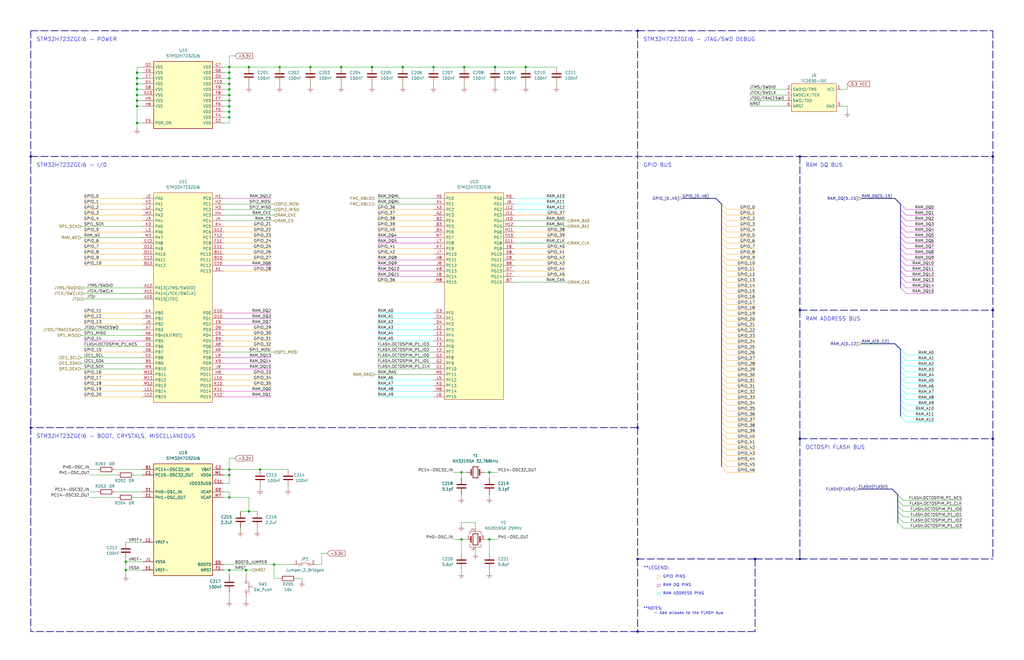
<source format=kicad_sch>
(kicad_sch (version 20211123) (generator eeschema)
  (paper "User" 465.023 299.999)
  (title_block (title "Fruityfly Node") (date "2023-09-15") (rev "1") (company "Cerebral Systems Inc."))
  (junction (at 113.03 232.41))
  (junction (at 140.97 30.48))
  (junction (at 154.94 30.48))
  (junction (at 57.15 255.27))
  (junction (at 450.85 140.97))
  (junction (at 363.22 140.97))
  (junction (at 222.25 214.63))
  (junction (at 289.56 287.02))
  (junction (at 168.91 30.48))
  (junction (at 363.22 71.12))
  (junction (at 238.76 30.48))
  (junction (at 13.97 71.12))
  (junction (at 363.22 254))
  (junction (at 289.56 13.97))
  (junction (at 104.14 215.9))
  (junction (at 62.23 38.1))
  (junction (at 118.11 213.36))
  (junction (at 104.14 43.18))
  (junction (at 289.56 194.31))
  (junction (at 57.15 259.08))
  (junction (at 196.85 30.48))
  (junction (at 62.23 48.26))
  (junction (at 62.23 40.64))
  (junction (at 104.14 48.26))
  (junction (at 13.97 194.31))
  (junction (at 62.23 33.02))
  (junction (at 104.14 45.72))
  (junction (at 111.76 259.08))
  (junction (at 289.56 254))
  (junction (at 224.79 30.48))
  (junction (at 113.03 30.48))
  (junction (at 104.14 50.8))
  (junction (at 104.14 30.48))
  (junction (at 104.14 40.64))
  (junction (at 104.14 259.08))
  (junction (at 104.14 213.36))
  (junction (at 127 30.48))
  (junction (at 62.23 35.56))
  (junction (at 62.23 45.72))
  (junction (at 222.25 245.11))
  (junction (at 342.9 254))
  (junction (at 210.82 30.48))
  (junction (at 182.88 30.48))
  (junction (at 124.46 256.54))
  (junction (at 104.14 33.02))
  (junction (at 104.14 226.06))
  (junction (at 104.14 35.56))
  (junction (at 104.14 53.34))
  (junction (at 62.23 55.88))
  (junction (at 450.85 199.39))
  (junction (at 62.23 43.18))
  (junction (at 209.55 214.63))
  (junction (at 104.14 38.1))
  (junction (at 450.85 71.12))
  (junction (at 209.55 245.11))
  (junction (at 363.22 199.39))
  (bus_entry (at 327.66 196.85) (size 2.54 2.54) (stroke (width 0) (color 255 153 0 1)))
  (bus_entry (at 327.66 168.91) (size 2.54 2.54) (stroke (width 0) (color 255 153 0 1)))
  (bus_entry (at 327.66 186.69) (size 2.54 2.54) (stroke (width 0) (color 255 153 0 1)))
  (bus_entry (at 408.94 110.49) (size 2.54 2.54) (stroke (width 0) (color 194 0 194 1)))
  (bus_entry (at 408.94 125.73) (size 2.54 2.54) (stroke (width 0) (color 194 0 194 1)))
  (bus_entry (at 327.66 140.97) (size 2.54 2.54) (stroke (width 0) (color 255 153 0 1)))
  (bus_entry (at 327.66 151.13) (size 2.54 2.54) (stroke (width 0) (color 255 153 0 1)))
  (bus_entry (at 327.66 130.81) (size 2.54 2.54) (stroke (width 0) (color 255 153 0 1)))
  (bus_entry (at 408.94 163.83) (size 2.54 2.54) (stroke (width 0) (color 0 255 255 1)))
  (bus_entry (at 327.66 135.89) (size 2.54 2.54) (stroke (width 0) (color 255 153 0 1)))
  (bus_entry (at 327.66 102.87) (size 2.54 2.54) (stroke (width 0) (color 255 153 0 1)))
  (bus_entry (at 327.66 212.09) (size 2.54 2.54) (stroke (width 0) (color 255 153 0 1)))
  (bus_entry (at 327.66 189.23) (size 2.54 2.54) (stroke (width 0) (color 255 153 0 1)))
  (bus_entry (at 327.66 97.79) (size 2.54 2.54) (stroke (width 0) (color 255 153 0 1)))
  (bus_entry (at 327.66 171.45) (size 2.54 2.54) (stroke (width 0) (color 255 153 0 1)))
  (bus_entry (at 408.94 184.15) (size 2.54 2.54) (stroke (width 0) (color 0 255 255 1)))
  (bus_entry (at 327.66 105.41) (size 2.54 2.54) (stroke (width 0) (color 255 153 0 1)))
  (bus_entry (at 408.94 102.87) (size 2.54 2.54) (stroke (width 0) (color 194 0 194 1)))
  (bus_entry (at 408.94 161.29) (size 2.54 2.54) (stroke (width 0) (color 0 255 255 1)))
  (bus_entry (at 327.66 201.93) (size 2.54 2.54) (stroke (width 0) (color 255 153 0 1)))
  (bus_entry (at 327.66 148.59) (size 2.54 2.54) (stroke (width 0) (color 255 153 0 1)))
  (bus_entry (at 327.66 125.73) (size 2.54 2.54) (stroke (width 0) (color 255 153 0 1)))
  (bus_entry (at 408.94 173.99) (size 2.54 2.54) (stroke (width 0) (color 0 255 255 1)))
  (bus_entry (at 407.67 224.79) (size 2.54 2.54))
  (bus_entry (at 327.66 176.53) (size 2.54 2.54) (stroke (width 0) (color 255 153 0 1)))
  (bus_entry (at 327.66 204.47) (size 2.54 2.54) (stroke (width 0) (color 255 153 0 1)))
  (bus_entry (at 408.94 166.37) (size 2.54 2.54) (stroke (width 0) (color 0 255 255 1)))
  (bus_entry (at 408.94 186.69) (size 2.54 2.54) (stroke (width 0) (color 0 255 255 1)))
  (bus_entry (at 327.66 191.77) (size 2.54 2.54) (stroke (width 0) (color 255 153 0 1)))
  (bus_entry (at 327.66 207.01) (size 2.54 2.54) (stroke (width 0) (color 255 153 0 1)))
  (bus_entry (at 407.67 227.33) (size 2.54 2.54))
  (bus_entry (at 407.67 237.49) (size 2.54 2.54))
  (bus_entry (at 408.94 181.61) (size 2.54 2.54) (stroke (width 0) (color 0 255 255 1)))
  (bus_entry (at 408.94 158.75) (size 2.54 2.54) (stroke (width 0) (color 0 255 255 1)))
  (bus_entry (at 327.66 194.31) (size 2.54 2.54) (stroke (width 0) (color 255 153 0 1)))
  (bus_entry (at 408.94 115.57) (size 2.54 2.54) (stroke (width 0) (color 194 0 194 1)))
  (bus_entry (at 327.66 153.67) (size 2.54 2.54) (stroke (width 0) (color 255 153 0 1)))
  (bus_entry (at 327.66 163.83) (size 2.54 2.54) (stroke (width 0) (color 255 153 0 1)))
  (bus_entry (at 408.94 189.23) (size 2.54 2.54) (stroke (width 0) (color 0 255 255 1)))
  (bus_entry (at 327.66 179.07) (size 2.54 2.54) (stroke (width 0) (color 255 153 0 1)))
  (bus_entry (at 327.66 156.21) (size 2.54 2.54) (stroke (width 0) (color 255 153 0 1)))
  (bus_entry (at 408.94 100.33) (size 2.54 2.54) (stroke (width 0) (color 194 0 194 1)))
  (bus_entry (at 408.94 130.81) (size 2.54 2.54) (stroke (width 0) (color 194 0 194 1)))
  (bus_entry (at 327.66 199.39) (size 2.54 2.54) (stroke (width 0) (color 255 153 0 1)))
  (bus_entry (at 327.66 166.37) (size 2.54 2.54) (stroke (width 0) (color 255 153 0 1)))
  (bus_entry (at 408.94 95.25) (size 2.54 2.54) (stroke (width 0) (color 194 0 194 1)))
  (bus_entry (at 408.94 179.07) (size 2.54 2.54) (stroke (width 0) (color 0 255 255 1)))
  (bus_entry (at 408.94 120.65) (size 2.54 2.54) (stroke (width 0) (color 194 0 194 1)))
  (bus_entry (at 408.94 97.79) (size 2.54 2.54) (stroke (width 0) (color 194 0 194 1)))
  (bus_entry (at 327.66 158.75) (size 2.54 2.54) (stroke (width 0) (color 255 153 0 1)))
  (bus_entry (at 327.66 181.61) (size 2.54 2.54) (stroke (width 0) (color 255 153 0 1)))
  (bus_entry (at 327.66 118.11) (size 2.54 2.54) (stroke (width 0) (color 255 153 0 1)))
  (bus_entry (at 408.94 105.41) (size 2.54 2.54) (stroke (width 0) (color 194 0 194 1)))
  (bus_entry (at 327.66 123.19) (size 2.54 2.54) (stroke (width 0) (color 255 153 0 1)))
  (bus_entry (at 327.66 209.55) (size 2.54 2.54) (stroke (width 0) (color 255 153 0 1)))
  (bus_entry (at 408.94 176.53) (size 2.54 2.54) (stroke (width 0) (color 0 255 255 1)))
  (bus_entry (at 327.66 173.99) (size 2.54 2.54) (stroke (width 0) (color 255 153 0 1)))
  (bus_entry (at 408.94 92.71) (size 2.54 2.54) (stroke (width 0) (color 194 0 194 1)))
  (bus_entry (at 407.67 229.87) (size 2.54 2.54))
  (bus_entry (at 408.94 171.45) (size 2.54 2.54) (stroke (width 0) (color 0 255 255 1)))
  (bus_entry (at 327.66 115.57) (size 2.54 2.54) (stroke (width 0) (color 255 153 0 1)))
  (bus_entry (at 327.66 107.95) (size 2.54 2.54) (stroke (width 0) (color 255 153 0 1)))
  (bus_entry (at 408.94 128.27) (size 2.54 2.54) (stroke (width 0) (color 194 0 194 1)))
  (bus_entry (at 327.66 184.15) (size 2.54 2.54) (stroke (width 0) (color 255 153 0 1)))
  (bus_entry (at 408.94 107.95) (size 2.54 2.54) (stroke (width 0) (color 194 0 194 1)))
  (bus_entry (at 407.67 232.41) (size 2.54 2.54))
  (bus_entry (at 327.66 143.51) (size 2.54 2.54) (stroke (width 0) (color 255 153 0 1)))
  (bus_entry (at 327.66 161.29) (size 2.54 2.54) (stroke (width 0) (color 255 153 0 1)))
  (bus_entry (at 327.66 146.05) (size 2.54 2.54) (stroke (width 0) (color 255 153 0 1)))
  (bus_entry (at 408.94 168.91) (size 2.54 2.54) (stroke (width 0) (color 0 255 255 1)))
  (bus_entry (at 408.94 118.11) (size 2.54 2.54) (stroke (width 0) (color 194 0 194 1)))
  (bus_entry (at 327.66 133.35) (size 2.54 2.54) (stroke (width 0) (color 255 153 0 1)))
  (bus_entry (at 407.67 234.95) (size 2.54 2.54))
  (bus_entry (at 408.94 113.03) (size 2.54 2.54) (stroke (width 0) (color 194 0 194 1)))
  (bus_entry (at 327.66 100.33) (size 2.54 2.54) (stroke (width 0) (color 255 153 0 1)))
  (bus_entry (at 327.66 138.43) (size 2.54 2.54) (stroke (width 0) (color 255 153 0 1)))
  (bus_entry (at 327.66 120.65) (size 2.54 2.54) (stroke (width 0) (color 255 153 0 1)))
  (bus_entry (at 327.66 110.49) (size 2.54 2.54) (stroke (width 0) (color 255 153 0 1)))
  (bus_entry (at 408.94 123.19) (size 2.54 2.54) (stroke (width 0) (color 194 0 194 1)))
  (bus_entry (at 327.66 95.25) (size 2.54 2.54) (stroke (width 0) (color 255 153 0 1)))
  (bus_entry (at 327.66 113.03) (size 2.54 2.54) (stroke (width 0) (color 255 153 0 1)))
  (bus_entry (at 327.66 92.71) (size 2.54 2.54) (stroke (width 0) (color 255 153 0 1)))
  (bus_entry (at 327.66 128.27) (size 2.54 2.54) (stroke (width 0) (color 255 153 0 1)))
  (wire (pts (xy 330.2 207.01) (xy 342.9 207.01)) (stroke (width 0) (color 255 153 0 1)))
  (bus (pts (xy 327.66 123.19) (xy 327.66 125.73)))
  (wire (pts (xy 101.6 48.26) (xy 104.14 48.26)))
  (bus (pts (xy 327.66 163.83) (xy 327.66 166.37)))
  (wire (pts (xy 219.71 214.63) (xy 222.25 214.63)))
  (wire (pts (xy 38.1 177.8) (xy 64.77 177.8)) (stroke (width 0) (color 255 153 0 1)))
  (bus (pts (xy 363.22 254) (xy 450.85 254)) (stroke (width 0) (type dash)))
  (wire (pts (xy 299.72 262.89) (xy 298.45 262.89)) (stroke (width 0) (color 255 153 0 1)))
  (wire (pts (xy 52.07 213.36) (xy 64.77 213.36)))
  (wire (pts (xy 238.76 30.48) (xy 224.79 30.48)))
  (wire (pts (xy 252.73 38.1) (xy 252.73 39.37)))
  (wire (pts (xy 330.2 191.77) (xy 342.9 191.77)) (stroke (width 0) (color 255 153 0 1)))
  (bus (pts (xy 408.94 107.95) (xy 408.94 110.49)))
  (wire (pts (xy 124.46 160.02) (xy 101.6 160.02)))
  (bus (pts (xy 408.94 158.75) (xy 406.4 156.21)))
  (wire (pts (xy 356.87 43.18) (xy 340.36 43.18)))
  (bus (pts (xy 289.56 194.31) (xy 13.97 194.31)) (stroke (width 0) (type dash)))
  (wire (pts (xy 411.48 100.33) (xy 424.18 100.33)) (stroke (width 0) (color 194 0 194 1)))
  (wire (pts (xy 64.77 30.48) (xy 62.23 30.48)))
  (wire (pts (xy 104.14 30.48) (xy 104.14 33.02)))
  (bus (pts (xy 408.94 118.11) (xy 408.94 120.65)))
  (wire (pts (xy 171.45 157.48) (xy 196.85 157.48)))
  (wire (pts (xy 209.55 245.11) (xy 212.09 245.11)))
  (bus (pts (xy 327.66 156.21) (xy 327.66 158.75)))
  (wire (pts (xy 64.77 40.64) (xy 62.23 40.64)))
  (bus (pts (xy 327.66 128.27) (xy 327.66 130.81)))
  (wire (pts (xy 38.1 160.02) (xy 64.77 160.02)) (stroke (width 0) (color 255 153 0 1)))
  (bus (pts (xy 309.88 90.17) (xy 325.12 90.17)))
  (wire (pts (xy 330.2 161.29) (xy 342.9 161.29)) (stroke (width 0) (color 255 153 0 1)))
  (wire (pts (xy 330.2 212.09) (xy 342.9 212.09)) (stroke (width 0) (color 255 153 0 1)))
  (bus (pts (xy 408.94 95.25) (xy 408.94 97.79)))
  (wire (pts (xy 330.2 163.83) (xy 342.9 163.83)) (stroke (width 0) (color 255 153 0 1)))
  (wire (pts (xy 299.72 265.43) (xy 299.72 266.7)) (stroke (width 0) (color 194 0 194 1)))
  (wire (pts (xy 330.2 125.73) (xy 342.9 125.73)) (stroke (width 0) (color 255 153 0 1)))
  (wire (pts (xy 298.45 261.62) (xy 298.45 262.89)) (stroke (width 0) (color 255 153 0 1)))
  (wire (pts (xy 340.36 45.72) (xy 356.87 45.72)))
  (wire (pts (xy 196.85 180.34) (xy 171.45 180.34)) (stroke (width 0) (color 0 255 255 1)))
  (wire (pts (xy 62.23 45.72) (xy 62.23 48.26)))
  (wire (pts (xy 330.2 133.35) (xy 342.9 133.35)) (stroke (width 0) (color 255 153 0 1)))
  (wire (pts (xy 171.45 102.87) (xy 196.85 102.87)) (stroke (width 0) (color 255 153 0 1)))
  (wire (pts (xy 101.6 213.36) (xy 104.14 213.36)))
  (wire (pts (xy 38.1 113.03) (xy 64.77 113.03)) (stroke (width 0) (color 255 153 0 1)))
  (wire (pts (xy 411.48 168.91) (xy 424.18 168.91)) (stroke (width 0) (color 0 255 255 1)))
  (wire (pts (xy 123.19 170.18) (xy 101.6 170.18)) (stroke (width 0) (color 255 153 0 1)))
  (bus (pts (xy 327.66 191.77) (xy 327.66 194.31)))
  (wire (pts (xy 196.85 149.86) (xy 171.45 149.86)) (stroke (width 0) (color 0 255 255 1)))
  (bus (pts (xy 327.66 184.15) (xy 327.66 186.69)))
  (wire (pts (xy 222.25 214.63) (xy 222.25 217.17)))
  (bus (pts (xy 408.94 115.57) (xy 408.94 118.11)))
  (wire (pts (xy 123.19 180.34) (xy 101.6 180.34)) (stroke (width 0) (color 194 0 194 1)))
  (bus (pts (xy 327.66 171.45) (xy 327.66 173.99)))
  (wire (pts (xy 64.77 45.72) (xy 62.23 45.72)))
  (wire (pts (xy 171.45 123.19) (xy 196.85 123.19)) (stroke (width 0) (color 194 0 194 1)))
  (wire (pts (xy 233.68 128.27) (xy 257.81 128.27)))
  (wire (pts (xy 299.72 270.51) (xy 298.45 270.51)) (stroke (width 0) (color 0 255 255 1)))
  (bus (pts (xy 327.66 189.23) (xy 327.66 191.77)))
  (wire (pts (xy 143.51 256.54) (xy 146.05 256.54)))
  (wire (pts (xy 171.45 154.94) (xy 196.85 154.94)) (stroke (width 0) (color 0 255 255 1)))
  (wire (pts (xy 330.2 110.49) (xy 342.9 110.49)) (stroke (width 0) (color 255 153 0 1)))
  (bus (pts (xy 408.94 92.71) (xy 408.94 95.25)))
  (bus (pts (xy 327.66 113.03) (xy 327.66 115.57)))
  (wire (pts (xy 330.2 209.55) (xy 342.9 209.55)) (stroke (width 0) (color 255 153 0 1)))
  (wire (pts (xy 411.48 107.95) (xy 424.18 107.95)) (stroke (width 0) (color 194 0 194 1)))
  (wire (pts (xy 210.82 38.1) (xy 210.82 39.37)))
  (wire (pts (xy 330.2 168.91) (xy 342.9 168.91)) (stroke (width 0) (color 255 153 0 1)))
  (bus (pts (xy 363.22 199.39) (xy 363.22 254)) (stroke (width 0) (type dash)))
  (wire (pts (xy 123.19 147.32) (xy 101.6 147.32)) (stroke (width 0) (color 194 0 194 1)))
  (bus (pts (xy 408.94 179.07) (xy 408.94 181.61)))
  (wire (pts (xy 205.74 214.63) (xy 209.55 214.63)))
  (wire (pts (xy 411.48 130.81) (xy 424.18 130.81)) (stroke (width 0) (color 194 0 194 1)))
  (wire (pts (xy 101.6 45.72) (xy 104.14 45.72)))
  (wire (pts (xy 330.2 196.85) (xy 342.9 196.85)) (stroke (width 0) (color 255 153 0 1)))
  (bus (pts (xy 342.9 254) (xy 363.22 254)) (stroke (width 0) (type dash)))
  (wire (pts (xy 256.54 97.79) (xy 233.68 97.79)) (stroke (width 0) (color 255 153 0 1)))
  (bus (pts (xy 327.66 158.75) (xy 327.66 161.29)))
  (wire (pts (xy 113.03 232.41) (xy 109.22 232.41)))
  (wire (pts (xy 215.9 250.19) (xy 215.9 251.46)))
  (wire (pts (xy 123.19 142.24) (xy 101.6 142.24)) (stroke (width 0) (color 194 0 194 1)))
  (wire (pts (xy 38.1 130.81) (xy 64.77 130.81)))
  (wire (pts (xy 391.16 156.21) (xy 400.05 156.21)))
  (bus (pts (xy 327.66 135.89) (xy 327.66 138.43)))
  (bus (pts (xy 289.56 13.97) (xy 289.56 194.31)) (stroke (width 0) (type dash)))
  (wire (pts (xy 384.81 38.1) (xy 384.81 40.64)))
  (bus (pts (xy 408.94 186.69) (xy 408.94 189.23)))
  (wire (pts (xy 123.19 144.78) (xy 101.6 144.78)) (stroke (width 0) (color 194 0 194 1)))
  (bus (pts (xy 13.97 71.12) (xy 13.97 194.31)) (stroke (width 0) (type dash)))
  (wire (pts (xy 233.68 110.49) (xy 257.81 110.49)))
  (wire (pts (xy 171.45 92.71) (xy 196.85 92.71)))
  (wire (pts (xy 330.2 148.59) (xy 342.9 148.59)) (stroke (width 0) (color 255 153 0 1)))
  (bus (pts (xy 408.94 123.19) (xy 408.94 125.73)))
  (wire (pts (xy 171.45 107.95) (xy 196.85 107.95)) (stroke (width 0) (color 194 0 194 1)))
  (wire (pts (xy 340.36 48.26) (xy 356.87 48.26)))
  (wire (pts (xy 137.16 262.89) (xy 137.16 264.16)))
  (bus (pts (xy 327.66 105.41) (xy 327.66 107.95)))
  (bus (pts (xy 13.97 194.31) (xy 13.97 287.02)) (stroke (width 0) (type dash)))
  (bus (pts (xy 408.94 161.29) (xy 408.94 163.83)))
  (wire (pts (xy 212.09 214.63) (xy 209.55 214.63)))
  (wire (pts (xy 123.19 177.8) (xy 101.6 177.8)) (stroke (width 0) (color 194 0 194 1)))
  (wire (pts (xy 36.83 165.1) (xy 64.77 165.1)))
  (wire (pts (xy 38.1 118.11) (xy 64.77 118.11)) (stroke (width 0) (color 255 153 0 1)))
  (bus (pts (xy 327.66 209.55) (xy 327.66 212.09)))
  (bus (pts (xy 408.94 163.83) (xy 408.94 166.37)))
  (wire (pts (xy 171.45 95.25) (xy 196.85 95.25)) (stroke (width 0) (color 255 153 0 1)))
  (wire (pts (xy 154.94 30.48) (xy 140.97 30.48)))
  (wire (pts (xy 233.68 90.17) (xy 256.54 90.17)) (stroke (width 0) (color 0 255 255 1)))
  (wire (pts (xy 40.64 213.36) (xy 44.45 213.36)))
  (wire (pts (xy 330.2 102.87) (xy 342.9 102.87)) (stroke (width 0) (color 255 153 0 1)))
  (wire (pts (xy 411.48 166.37) (xy 424.18 166.37)) (stroke (width 0) (color 0 255 255 1)))
  (wire (pts (xy 38.1 154.94) (xy 64.77 154.94)) (stroke (width 0) (color 194 0 194 1)))
  (wire (pts (xy 123.19 110.49) (xy 101.6 110.49)) (stroke (width 0) (color 255 153 0 1)))
  (wire (pts (xy 330.2 153.67) (xy 342.9 153.67)) (stroke (width 0) (color 255 153 0 1)))
  (wire (pts (xy 64.77 246.38) (xy 57.15 246.38)))
  (wire (pts (xy 219.71 245.11) (xy 222.25 245.11)))
  (wire (pts (xy 104.14 223.52) (xy 104.14 226.06)))
  (bus (pts (xy 327.66 176.53) (xy 327.66 179.07)))
  (wire (pts (xy 104.14 215.9) (xy 104.14 213.36)))
  (bus (pts (xy 391.16 156.21) (xy 406.4 156.21)))
  (wire (pts (xy 38.1 144.78) (xy 64.77 144.78)) (stroke (width 0) (color 255 153 0 1)))
  (wire (pts (xy 411.48 189.23) (xy 424.18 189.23)) (stroke (width 0) (color 0 255 255 1)))
  (wire (pts (xy 123.19 107.95) (xy 101.6 107.95)) (stroke (width 0) (color 255 153 0 1)))
  (wire (pts (xy 64.77 38.1) (xy 62.23 38.1)))
  (wire (pts (xy 209.55 251.46) (xy 209.55 245.11)))
  (wire (pts (xy 171.45 97.79) (xy 196.85 97.79)) (stroke (width 0) (color 255 153 0 1)))
  (wire (pts (xy 38.1 170.18) (xy 64.77 170.18)) (stroke (width 0) (color 255 153 0 1)))
  (wire (pts (xy 209.55 224.79) (xy 209.55 226.06)))
  (wire (pts (xy 233.68 95.25) (xy 256.54 95.25)) (stroke (width 0) (color 0 255 255 1)))
  (wire (pts (xy 40.64 223.52) (xy 44.45 223.52)))
  (bus (pts (xy 327.66 107.95) (xy 327.66 110.49)))
  (wire (pts (xy 171.45 118.11) (xy 196.85 118.11)) (stroke (width 0) (color 194 0 194 1)))
  (wire (pts (xy 146.05 251.46) (xy 148.59 251.46)))
  (wire (pts (xy 222.25 214.63) (xy 226.06 214.63)))
  (bus (pts (xy 327.66 133.35) (xy 327.66 135.89)))
  (bus (pts (xy 289.56 287.02) (xy 13.97 287.02)) (stroke (width 0) (type dash)))
  (wire (pts (xy 134.62 262.89) (xy 137.16 262.89)))
  (wire (pts (xy 340.36 40.64) (xy 356.87 40.64)))
  (wire (pts (xy 410.21 227.33) (xy 436.88 227.33)))
  (wire (pts (xy 238.76 38.1) (xy 238.76 39.37)))
  (wire (pts (xy 205.74 245.11) (xy 209.55 245.11)))
  (wire (pts (xy 123.19 152.4) (xy 101.6 152.4)) (stroke (width 0) (color 255 153 0 1)))
  (wire (pts (xy 330.2 146.05) (xy 342.9 146.05)) (stroke (width 0) (color 255 153 0 1)))
  (wire (pts (xy 104.14 30.48) (xy 104.14 25.4)))
  (wire (pts (xy 330.2 176.53) (xy 342.9 176.53)) (stroke (width 0) (color 255 153 0 1)))
  (wire (pts (xy 298.45 265.43) (xy 299.72 265.43)) (stroke (width 0) (color 194 0 194 1)))
  (wire (pts (xy 38.1 180.34) (xy 64.77 180.34)) (stroke (width 0) (color 255 153 0 1)))
  (wire (pts (xy 127 38.1) (xy 127 39.37)))
  (wire (pts (xy 140.97 38.1) (xy 140.97 39.37)))
  (wire (pts (xy 101.6 97.79) (xy 124.46 97.79)))
  (bus (pts (xy 408.94 128.27) (xy 408.94 130.81)))
  (wire (pts (xy 222.25 245.11) (xy 222.25 251.46)))
  (wire (pts (xy 38.1 147.32) (xy 64.77 147.32)) (stroke (width 0) (color 255 153 0 1)))
  (wire (pts (xy 38.1 133.35) (xy 64.77 133.35)))
  (wire (pts (xy 330.2 171.45) (xy 342.9 171.45)) (stroke (width 0) (color 255 153 0 1)))
  (wire (pts (xy 410.21 229.87) (xy 436.88 229.87)))
  (wire (pts (xy 104.14 261.62) (xy 104.14 259.08)))
  (wire (pts (xy 382.27 48.26) (xy 384.81 48.26)))
  (bus (pts (xy 327.66 92.71) (xy 327.66 95.25)))
  (wire (pts (xy 410.21 232.41) (xy 436.88 232.41)))
  (wire (pts (xy 62.23 38.1) (xy 62.23 40.64)))
  (wire (pts (xy 113.03 226.06) (xy 113.03 232.41)))
  (bus (pts (xy 327.66 95.25) (xy 327.66 97.79)))
  (wire (pts (xy 36.83 167.64) (xy 64.77 167.64)))
  (wire (pts (xy 123.19 157.48) (xy 101.6 157.48)) (stroke (width 0) (color 255 153 0 1)))
  (wire (pts (xy 62.23 40.64) (xy 62.23 43.18)))
  (bus (pts (xy 327.66 181.61) (xy 327.66 184.15)))
  (wire (pts (xy 298.45 265.43) (xy 298.45 266.7)) (stroke (width 0) (color 194 0 194 1)))
  (wire (pts (xy 411.48 171.45) (xy 424.18 171.45)) (stroke (width 0) (color 0 255 255 1)))
  (wire (pts (xy 411.48 115.57) (xy 424.18 115.57)) (stroke (width 0) (color 194 0 194 1)))
  (wire (pts (xy 57.15 255.27) (xy 57.15 259.08)))
  (bus (pts (xy 407.67 227.33) (xy 407.67 229.87)))
  (wire (pts (xy 382.27 40.64) (xy 384.81 40.64)))
  (wire (pts (xy 36.83 102.87) (xy 64.77 102.87)))
  (bus (pts (xy 13.97 71.12) (xy 363.22 71.12)) (stroke (width 0) (type dash)))
  (wire (pts (xy 330.2 113.03) (xy 342.9 113.03)) (stroke (width 0) (color 255 153 0 1)))
  (bus (pts (xy 327.66 151.13) (xy 327.66 153.67)))
  (wire (pts (xy 411.48 125.73) (xy 424.18 125.73)) (stroke (width 0) (color 194 0 194 1)))
  (wire (pts (xy 111.76 259.08) (xy 111.76 261.62)))
  (wire (pts (xy 182.88 38.1) (xy 182.88 39.37)))
  (wire (pts (xy 171.45 167.64) (xy 196.85 167.64)))
  (wire (pts (xy 330.2 130.81) (xy 342.9 130.81)) (stroke (width 0) (color 255 153 0 1)))
  (wire (pts (xy 104.14 208.28) (xy 106.68 208.28)))
  (wire (pts (xy 171.45 165.1) (xy 196.85 165.1)))
  (wire (pts (xy 224.79 30.48) (xy 210.82 30.48)))
  (wire (pts (xy 222.25 245.11) (xy 226.06 245.11)))
  (wire (pts (xy 38.1 97.79) (xy 64.77 97.79)) (stroke (width 0) (color 255 153 0 1)))
  (bus (pts (xy 407.67 224.79) (xy 407.67 227.33)))
  (wire (pts (xy 330.2 115.57) (xy 342.9 115.57)) (stroke (width 0) (color 255 153 0 1)))
  (wire (pts (xy 299.72 266.7) (xy 298.45 266.7)) (stroke (width 0) (color 194 0 194 1)))
  (wire (pts (xy 40.64 215.9) (xy 53.34 215.9)))
  (wire (pts (xy 330.2 140.97) (xy 342.9 140.97)) (stroke (width 0) (color 255 153 0 1)))
  (wire (pts (xy 154.94 38.1) (xy 154.94 39.37)))
  (wire (pts (xy 123.19 172.72) (xy 101.6 172.72)) (stroke (width 0) (color 255 153 0 1)))
  (wire (pts (xy 104.14 213.36) (xy 104.14 208.28)))
  (wire (pts (xy 64.77 255.27) (xy 57.15 255.27)))
  (bus (pts (xy 363.22 140.97) (xy 450.85 140.97)) (stroke (width 0) (type dash)))
  (wire (pts (xy 104.14 45.72) (xy 104.14 48.26)))
  (wire (pts (xy 411.48 120.65) (xy 424.18 120.65)) (stroke (width 0) (color 194 0 194 1)))
  (wire (pts (xy 330.2 199.39) (xy 342.9 199.39)) (stroke (width 0) (color 255 153 0 1)))
  (wire (pts (xy 171.45 113.03) (xy 196.85 113.03)) (stroke (width 0) (color 255 153 0 1)))
  (wire (pts (xy 101.6 215.9) (xy 104.14 215.9)))
  (wire (pts (xy 123.19 162.56) (xy 101.6 162.56)) (stroke (width 0) (color 194 0 194 1)))
  (bus (pts (xy 363.22 71.12) (xy 363.22 140.97)) (stroke (width 0) (type dash)))
  (bus (pts (xy 327.66 146.05) (xy 327.66 148.59)))
  (wire (pts (xy 118.11 220.98) (xy 118.11 222.25)))
  (wire (pts (xy 171.45 125.73) (xy 196.85 125.73)) (stroke (width 0) (color 194 0 194 1)))
  (wire (pts (xy 410.21 237.49) (xy 436.88 237.49)))
  (bus (pts (xy 327.66 207.01) (xy 327.66 209.55)))
  (wire (pts (xy 330.2 173.99) (xy 342.9 173.99)) (stroke (width 0) (color 255 153 0 1)))
  (wire (pts (xy 123.19 115.57) (xy 101.6 115.57)) (stroke (width 0) (color 255 153 0 1)))
  (bus (pts (xy 408.94 113.03) (xy 408.94 115.57)))
  (wire (pts (xy 104.14 35.56) (xy 104.14 38.1)))
  (wire (pts (xy 114.3 259.08) (xy 111.76 259.08)))
  (wire (pts (xy 123.19 105.41) (xy 101.6 105.41)) (stroke (width 0) (color 255 153 0 1)))
  (wire (pts (xy 330.2 201.93) (xy 342.9 201.93)) (stroke (width 0) (color 255 153 0 1)))
  (bus (pts (xy 327.66 166.37) (xy 327.66 168.91)))
  (bus (pts (xy 327.66 110.49) (xy 327.66 113.03)))
  (wire (pts (xy 62.23 55.88) (xy 62.23 48.26)))
  (wire (pts (xy 60.96 215.9) (xy 64.77 215.9)))
  (wire (pts (xy 171.45 105.41) (xy 196.85 105.41)) (stroke (width 0) (color 255 153 0 1)))
  (wire (pts (xy 104.14 48.26) (xy 104.14 50.8)))
  (bus (pts (xy 408.94 173.99) (xy 408.94 176.53)))
  (wire (pts (xy 123.19 118.11) (xy 101.6 118.11)) (stroke (width 0) (color 255 153 0 1)))
  (wire (pts (xy 330.2 105.41) (xy 342.9 105.41)) (stroke (width 0) (color 255 153 0 1)))
  (wire (pts (xy 411.48 105.41) (xy 424.18 105.41)) (stroke (width 0) (color 194 0 194 1)))
  (wire (pts (xy 196.85 152.4) (xy 171.45 152.4)) (stroke (width 0) (color 0 255 255 1)))
  (wire (pts (xy 330.2 194.31) (xy 342.9 194.31)) (stroke (width 0) (color 255 153 0 1)))
  (wire (pts (xy 256.54 118.11) (xy 233.68 118.11)) (stroke (width 0) (color 255 153 0 1)))
  (bus (pts (xy 408.94 102.87) (xy 408.94 105.41)))
  (wire (pts (xy 101.6 100.33) (xy 124.46 100.33)))
  (wire (pts (xy 411.48 123.19) (xy 424.18 123.19)) (stroke (width 0) (color 194 0 194 1)))
  (wire (pts (xy 113.03 30.48) (xy 127 30.48)))
  (bus (pts (xy 450.85 140.97) (xy 450.85 199.39)) (stroke (width 0) (type dash)))
  (wire (pts (xy 113.03 38.1) (xy 113.03 39.37)))
  (wire (pts (xy 330.2 97.79) (xy 342.9 97.79)) (stroke (width 0) (color 255 153 0 1)))
  (wire (pts (xy 104.14 213.36) (xy 118.11 213.36)))
  (bus (pts (xy 408.94 158.75) (xy 408.94 161.29)))
  (bus (pts (xy 408.94 176.53) (xy 408.94 179.07)))
  (wire (pts (xy 171.45 90.17) (xy 196.85 90.17)))
  (wire (pts (xy 215.9 237.49) (xy 209.55 237.49)))
  (wire (pts (xy 140.97 30.48) (xy 127 30.48)))
  (wire (pts (xy 104.14 269.24) (xy 104.14 273.05)))
  (wire (pts (xy 57.15 254) (xy 57.15 255.27)))
  (bus (pts (xy 363.22 199.39) (xy 450.85 199.39)) (stroke (width 0) (type dash)))
  (wire (pts (xy 411.48 191.77) (xy 424.18 191.77)) (stroke (width 0) (color 0 255 255 1)))
  (wire (pts (xy 62.23 55.88) (xy 62.23 58.42)))
  (wire (pts (xy 411.48 133.35) (xy 424.18 133.35)) (stroke (width 0) (color 194 0 194 1)))
  (wire (pts (xy 233.68 102.87) (xy 257.81 102.87)))
  (wire (pts (xy 209.55 259.08) (xy 209.55 260.35)))
  (bus (pts (xy 327.66 102.87) (xy 327.66 105.41)))
  (bus (pts (xy 327.66 201.93) (xy 327.66 204.47)))
  (wire (pts (xy 411.48 173.99) (xy 424.18 173.99)) (stroke (width 0) (color 0 255 255 1)))
  (wire (pts (xy 123.19 149.86) (xy 101.6 149.86)) (stroke (width 0) (color 255 153 0 1)))
  (bus (pts (xy 342.9 287.02) (xy 289.56 287.02)) (stroke (width 0) (type dash)))
  (bus (pts (xy 327.66 186.69) (xy 327.66 189.23)))
  (wire (pts (xy 38.1 105.41) (xy 64.77 105.41)) (stroke (width 0) (color 255 153 0 1)))
  (wire (pts (xy 411.48 102.87) (xy 424.18 102.87)) (stroke (width 0) (color 194 0 194 1)))
  (wire (pts (xy 101.6 226.06) (xy 104.14 226.06)))
  (bus (pts (xy 327.66 138.43) (xy 327.66 140.97)))
  (bus (pts (xy 13.97 13.97) (xy 289.56 13.97)) (stroke (width 0) (type dash)))
  (wire (pts (xy 168.91 30.48) (xy 154.94 30.48)))
  (wire (pts (xy 38.1 157.48) (xy 64.77 157.48)))
  (wire (pts (xy 104.14 33.02) (xy 104.14 35.56)))
  (wire (pts (xy 127 262.89) (xy 124.46 262.89)))
  (wire (pts (xy 330.2 107.95) (xy 342.9 107.95)) (stroke (width 0) (color 255 153 0 1)))
  (wire (pts (xy 411.48 186.69) (xy 424.18 186.69)) (stroke (width 0) (color 0 255 255 1)))
  (wire (pts (xy 222.25 224.79) (xy 222.25 226.06)))
  (wire (pts (xy 57.15 259.08) (xy 57.15 261.62)))
  (wire (pts (xy 64.77 226.06) (xy 60.96 226.06)))
  (wire (pts (xy 171.45 162.56) (xy 196.85 162.56)))
  (wire (pts (xy 196.85 142.24) (xy 171.45 142.24)) (stroke (width 0) (color 0 255 255 1)))
  (wire (pts (xy 330.2 204.47) (xy 342.9 204.47)) (stroke (width 0) (color 255 153 0 1)))
  (wire (pts (xy 298.45 261.62) (xy 299.72 261.62)) (stroke (width 0) (color 255 153 0 1)))
  (wire (pts (xy 104.14 50.8) (xy 104.14 53.34)))
  (wire (pts (xy 170.18 170.18) (xy 196.85 170.18)))
  (wire (pts (xy 104.14 215.9) (xy 104.14 219.71)))
  (bus (pts (xy 327.66 199.39) (xy 327.66 201.93)))
  (wire (pts (xy 101.6 256.54) (xy 124.46 256.54)))
  (wire (pts (xy 123.19 175.26) (xy 101.6 175.26)) (stroke (width 0) (color 255 153 0 1)))
  (wire (pts (xy 123.19 102.87) (xy 101.6 102.87)) (stroke (width 0) (color 255 153 0 1)))
  (wire (pts (xy 38.1 100.33) (xy 64.77 100.33)) (stroke (width 0) (color 255 153 0 1)))
  (bus (pts (xy 450.85 71.12) (xy 450.85 140.97)) (stroke (width 0) (type dash)))
  (wire (pts (xy 411.48 181.61) (xy 424.18 181.61)) (stroke (width 0) (color 0 255 255 1)))
  (bus (pts (xy 408.94 184.15) (xy 408.94 186.69)))
  (wire (pts (xy 330.2 151.13) (xy 342.9 151.13)) (stroke (width 0) (color 255 153 0 1)))
  (wire (pts (xy 123.19 120.65) (xy 101.6 120.65)) (stroke (width 0) (color 194 0 194 1)))
  (wire (pts (xy 209.55 237.49) (xy 209.55 238.76)))
  (bus (pts (xy 327.66 168.91) (xy 327.66 171.45)))
  (bus (pts (xy 407.67 224.79) (xy 405.13 222.25)))
  (wire (pts (xy 330.2 179.07) (xy 342.9 179.07)) (stroke (width 0) (color 255 153 0 1)))
  (bus (pts (xy 327.66 97.79) (xy 327.66 100.33)))
  (bus (pts (xy 327.66 204.47) (xy 327.66 207.01)))
  (wire (pts (xy 101.6 35.56) (xy 104.14 35.56)))
  (wire (pts (xy 330.2 186.69) (xy 342.9 186.69)) (stroke (width 0) (color 255 153 0 1)))
  (wire (pts (xy 104.14 33.02) (xy 101.6 33.02)))
  (bus (pts (xy 407.67 229.87) (xy 407.67 232.41)))
  (bus (pts (xy 327.66 100.33) (xy 327.66 102.87)))
  (wire (pts (xy 411.48 97.79) (xy 424.18 97.79)) (stroke (width 0) (color 194 0 194 1)))
  (wire (pts (xy 411.48 176.53) (xy 424.18 176.53)) (stroke (width 0) (color 0 255 255 1)))
  (bus (pts (xy 408.94 125.73) (xy 408.94 128.27)))
  (wire (pts (xy 256.54 115.57) (xy 233.68 115.57)) (stroke (width 0) (color 255 153 0 1)))
  (wire (pts (xy 330.2 123.19) (xy 342.9 123.19)) (stroke (width 0) (color 255 153 0 1)))
  (bus (pts (xy 327.66 194.31) (xy 327.66 196.85)))
  (wire (pts (xy 171.45 110.49) (xy 196.85 110.49)) (stroke (width 0) (color 194 0 194 1)))
  (wire (pts (xy 411.48 179.07) (xy 424.18 179.07)) (stroke (width 0) (color 0 255 255 1)))
  (wire (pts (xy 330.2 181.61) (xy 342.9 181.61)) (stroke (width 0) (color 255 153 0 1)))
  (wire (pts (xy 299.72 261.62) (xy 299.72 262.89)) (stroke (width 0) (color 255 153 0 1)))
  (wire (pts (xy 130.81 213.36) (xy 118.11 213.36)))
  (wire (pts (xy 171.45 160.02) (xy 196.85 160.02)))
  (wire (pts (xy 124.46 262.89) (xy 124.46 256.54)))
  (wire (pts (xy 252.73 30.48) (xy 238.76 30.48)))
  (bus (pts (xy 408.94 166.37) (xy 408.94 168.91)))
  (wire (pts (xy 104.14 43.18) (xy 104.14 45.72)))
  (wire (pts (xy 104.14 55.88) (xy 101.6 55.88)))
  (wire (pts (xy 64.77 33.02) (xy 62.23 33.02)))
  (wire (pts (xy 104.14 259.08) (xy 111.76 259.08)))
  (wire (pts (xy 123.19 113.03) (xy 101.6 113.03)) (stroke (width 0) (color 255 153 0 1)))
  (wire (pts (xy 101.6 50.8) (xy 104.14 50.8)))
  (wire (pts (xy 64.77 259.08) (xy 57.15 259.08)))
  (wire (pts (xy 330.2 135.89) (xy 342.9 135.89)) (stroke (width 0) (color 255 153 0 1)))
  (wire (pts (xy 123.19 167.64) (xy 101.6 167.64)) (stroke (width 0) (color 194 0 194 1)))
  (wire (pts (xy 104.14 226.06) (xy 113.03 226.06)))
  (wire (pts (xy 116.84 240.03) (xy 116.84 241.3)))
  (bus (pts (xy 450.85 13.97) (xy 450.85 71.12)) (stroke (width 0) (type dash)))
  (wire (pts (xy 411.48 113.03) (xy 424.18 113.03)) (stroke (width 0) (color 194 0 194 1)))
  (bus (pts (xy 408.94 92.71) (xy 406.4 90.17)))
  (wire (pts (xy 410.21 240.03) (xy 436.88 240.03)))
  (wire (pts (xy 168.91 38.1) (xy 168.91 39.37)))
  (wire (pts (xy 38.1 90.17) (xy 64.77 90.17)) (stroke (width 0) (color 255 153 0 1)))
  (wire (pts (xy 256.54 123.19) (xy 233.68 123.19)) (stroke (width 0) (color 255 153 0 1)))
  (bus (pts (xy 408.94 181.61) (xy 408.94 184.15)))
  (wire (pts (xy 101.6 223.52) (xy 104.14 223.52)))
  (wire (pts (xy 411.48 163.83) (xy 424.18 163.83)) (stroke (width 0) (color 0 255 255 1)))
  (wire (pts (xy 330.2 156.21) (xy 342.9 156.21)) (stroke (width 0) (color 255 153 0 1)))
  (wire (pts (xy 196.85 175.26) (xy 171.45 175.26)) (stroke (width 0) (color 0 255 255 1)))
  (bus (pts (xy 327.66 140.97) (xy 327.66 143.51)))
  (wire (pts (xy 38.1 172.72) (xy 64.77 172.72)) (stroke (width 0) (color 255 153 0 1)))
  (wire (pts (xy 62.23 30.48) (xy 62.23 33.02)))
  (wire (pts (xy 101.6 40.64) (xy 104.14 40.64)))
  (wire (pts (xy 171.45 115.57) (xy 196.85 115.57)) (stroke (width 0) (color 255 153 0 1)))
  (wire (pts (xy 256.54 125.73) (xy 233.68 125.73)) (stroke (width 0) (color 255 153 0 1)))
  (wire (pts (xy 101.6 43.18) (xy 104.14 43.18)))
  (bus (pts (xy 407.67 232.41) (xy 407.67 234.95)))
  (wire (pts (xy 215.9 237.49) (xy 215.9 240.03)))
  (wire (pts (xy 104.14 38.1) (xy 104.14 40.64)))
  (wire (pts (xy 113.03 232.41) (xy 116.84 232.41)))
  (bus (pts (xy 327.66 92.71) (xy 325.12 90.17)))
  (bus (pts (xy 405.13 222.25) (xy 389.89 222.25)))
  (wire (pts (xy 104.14 25.4) (xy 106.68 25.4)))
  (bus (pts (xy 289.56 194.31) (xy 289.56 254)) (stroke (width 0) (type dash)))
  (bus (pts (xy 327.66 143.51) (xy 327.66 146.05)))
  (wire (pts (xy 36.83 149.86) (xy 64.77 149.86)))
  (wire (pts (xy 233.68 100.33) (xy 257.81 100.33)))
  (wire (pts (xy 330.2 128.27) (xy 342.9 128.27)) (stroke (width 0) (color 255 153 0 1)))
  (wire (pts (xy 384.81 48.26) (xy 384.81 50.8)))
  (wire (pts (xy 299.72 269.24) (xy 299.72 270.51)) (stroke (width 0) (color 0 255 255 1)))
  (wire (pts (xy 330.2 143.51) (xy 342.9 143.51)) (stroke (width 0) (color 255 153 0 1)))
  (wire (pts (xy 109.22 240.03) (xy 109.22 241.3)))
  (bus (pts (xy 408.94 120.65) (xy 408.94 123.19)))
  (wire (pts (xy 38.1 110.49) (xy 64.77 110.49)) (stroke (width 0) (color 255 153 0 1)))
  (wire (pts (xy 196.85 172.72) (xy 171.45 172.72)) (stroke (width 0) (color 0 255 255 1)))
  (wire (pts (xy 224.79 38.1) (xy 224.79 39.37)))
  (bus (pts (xy 408.94 105.41) (xy 408.94 107.95)))
  (wire (pts (xy 411.48 95.25) (xy 424.18 95.25)) (stroke (width 0) (color 194 0 194 1)))
  (wire (pts (xy 256.54 107.95) (xy 233.68 107.95)) (stroke (width 0) (color 255 153 0 1)))
  (bus (pts (xy 450.85 199.39) (xy 450.85 254)) (stroke (width 0) (type dash)))
  (bus (pts (xy 327.66 173.99) (xy 327.66 176.53)))
  (bus (pts (xy 342.9 254) (xy 342.9 287.02)) (stroke (width 0) (type dash)))
  (wire (pts (xy 64.77 35.56) (xy 62.23 35.56)))
  (wire (pts (xy 298.45 269.24) (xy 299.72 269.24)) (stroke (width 0) (color 0 255 255 1)))
  (wire (pts (xy 104.14 30.48) (xy 113.03 30.48)))
  (bus (pts (xy 327.66 115.57) (xy 327.66 118.11)))
  (bus (pts (xy 408.94 100.33) (xy 408.94 102.87)))
  (wire (pts (xy 256.54 113.03) (xy 233.68 113.03)) (stroke (width 0) (color 255 153 0 1)))
  (bus (pts (xy 327.66 118.11) (xy 327.66 120.65)))
  (wire (pts (xy 171.45 100.33) (xy 196.85 100.33)) (stroke (width 0) (color 255 153 0 1)))
  (wire (pts (xy 330.2 166.37) (xy 342.9 166.37)) (stroke (width 0) (color 255 153 0 1)))
  (wire (pts (xy 411.48 161.29) (xy 424.18 161.29)) (stroke (width 0) (color 0 255 255 1)))
  (wire (pts (xy 62.23 33.02) (xy 62.23 35.56)))
  (wire (pts (xy 64.77 43.18) (xy 62.23 43.18)))
  (wire (pts (xy 101.6 30.48) (xy 104.14 30.48)))
  (wire (pts (xy 256.54 105.41) (xy 233.68 105.41)) (stroke (width 0) (color 255 153 0 1)))
  (wire (pts (xy 38.1 115.57) (xy 64.77 115.57)) (stroke (width 0) (color 255 153 0 1)))
  (wire (pts (xy 196.85 147.32) (xy 171.45 147.32)) (stroke (width 0) (color 0 255 255 1)))
  (bus (pts (xy 327.66 125.73) (xy 327.66 128.27)))
  (wire (pts (xy 123.19 165.1) (xy 101.6 165.1)) (stroke (width 0) (color 194 0 194 1)))
  (wire (pts (xy 196.85 30.48) (xy 182.88 30.48)))
  (wire (pts (xy 64.77 55.88) (xy 62.23 55.88)))
  (wire (pts (xy 330.2 138.43) (xy 342.9 138.43)) (stroke (width 0) (color 255 153 0 1)))
  (wire (pts (xy 411.48 118.11) (xy 424.18 118.11)) (stroke (width 0) (color 194 0 194 1)))
  (bus (pts (xy 327.66 148.59) (xy 327.66 151.13)))
  (bus (pts (xy 327.66 179.07) (xy 327.66 181.61)))
  (wire (pts (xy 210.82 30.48) (xy 196.85 30.48)))
  (wire (pts (xy 411.48 110.49) (xy 424.18 110.49)) (stroke (width 0) (color 194 0 194 1)))
  (bus (pts (xy 289.56 13.97) (xy 450.85 13.97)) (stroke (width 0) (type dash)))
  (wire (pts (xy 124.46 95.25) (xy 101.6 95.25)))
  (wire (pts (xy 209.55 214.63) (xy 209.55 217.17)))
  (wire (pts (xy 171.45 120.65) (xy 196.85 120.65)) (stroke (width 0) (color 194 0 194 1)))
  (wire (pts (xy 52.07 223.52) (xy 64.77 223.52)))
  (wire (pts (xy 104.14 53.34) (xy 104.14 55.88)))
  (wire (pts (xy 38.1 175.26) (xy 64.77 175.26)) (stroke (width 0) (color 255 153 0 1)))
  (wire (pts (xy 104.14 219.71) (xy 101.6 219.71)))
  (wire (pts (xy 123.19 123.19) (xy 101.6 123.19)) (stroke (width 0) (color 255 153 0 1)))
  (bus (pts (xy 327.66 196.85) (xy 327.66 199.39)))
  (wire (pts (xy 330.2 120.65) (xy 342.9 120.65)) (stroke (width 0) (color 255 153 0 1)))
  (bus (pts (xy 327.66 120.65) (xy 327.66 123.19)))
  (wire (pts (xy 38.1 95.25) (xy 64.77 95.25)) (stroke (width 0) (color 255 153 0 1)))
  (wire (pts (xy 222.25 259.08) (xy 222.25 260.35)))
  (wire (pts (xy 171.45 144.78) (xy 196.85 144.78)) (stroke (width 0) (color 0 255 255 1)))
  (wire (pts (xy 171.45 128.27) (xy 196.85 128.27)) (stroke (width 0) (color 255 153 0 1)))
  (bus (pts (xy 363.22 140.97) (xy 363.22 199.39)) (stroke (width 0) (type dash)))
  (wire (pts (xy 124.46 92.71) (xy 101.6 92.71)))
  (wire (pts (xy 330.2 158.75) (xy 342.9 158.75)) (stroke (width 0) (color 255 153 0 1)))
  (bus (pts (xy 408.94 168.91) (xy 408.94 171.45)))
  (bus (pts (xy 13.97 13.97) (xy 13.97 71.12)) (stroke (width 0) (type dash)))
  (wire (pts (xy 130.81 220.98) (xy 130.81 222.25)))
  (wire (pts (xy 38.1 92.71) (xy 64.77 92.71)) (stroke (width 0) (color 255 153 0 1)))
  (wire (pts (xy 62.23 43.18) (xy 62.23 45.72)))
  (bus (pts (xy 407.67 234.95) (xy 407.67 237.49)))
  (bus (pts (xy 327.66 130.81) (xy 327.66 133.35)))
  (wire (pts (xy 36.83 107.95) (xy 64.77 107.95)))
  (wire (pts (xy 123.19 154.94) (xy 101.6 154.94)) (stroke (width 0) (color 255 153 0 1)))
  (bus (pts (xy 408.94 110.49) (xy 408.94 113.03)))
  (wire (pts (xy 123.19 90.17) (xy 101.6 90.17)) (stroke (width 0) (color 194 0 194 1)))
  (wire (pts (xy 196.85 177.8) (xy 171.45 177.8)) (stroke (width 0) (color 0 255 255 1)))
  (wire (pts (xy 124.46 256.54) (xy 133.35 256.54)))
  (wire (pts (xy 298.45 269.24) (xy 298.45 270.51)) (stroke (width 0) (color 0 255 255 1)))
  (bus (pts (xy 391.16 90.17) (xy 406.4 90.17)))
  (wire (pts (xy 38.1 135.89) (xy 64.77 135.89)))
  (wire (pts (xy 410.21 234.95) (xy 436.88 234.95)))
  (wire (pts (xy 36.83 162.56) (xy 64.77 162.56)))
  (wire (pts (xy 256.54 120.65) (xy 233.68 120.65)) (stroke (width 0) (color 255 153 0 1)))
  (wire (pts (xy 101.6 259.08) (xy 104.14 259.08)))
  (wire (pts (xy 38.1 120.65) (xy 64.77 120.65)) (stroke (width 0) (color 255 153 0 1)))
  (wire (pts (xy 111.76 271.78) (xy 111.76 273.05)))
  (wire (pts (xy 330.2 95.25) (xy 342.9 95.25)) (stroke (width 0) (color 255 153 0 1)))
  (wire (pts (xy 330.2 118.11) (xy 342.9 118.11)) (stroke (width 0) (color 255 153 0 1)))
  (wire (pts (xy 104.14 40.64) (xy 104.14 43.18)))
  (wire (pts (xy 330.2 189.23) (xy 342.9 189.23)) (stroke (width 0) (color 255 153 0 1)))
  (bus (pts (xy 408.94 171.45) (xy 408.94 173.99)))
  (wire (pts (xy 146.05 251.46) (xy 146.05 256.54)))
  (wire (pts (xy 330.2 184.15) (xy 342.9 184.15)) (stroke (width 0) (color 255 153 0 1)))
  (wire (pts (xy 40.64 226.06) (xy 53.34 226.06)))
  (wire (pts (xy 411.48 128.27) (xy 424.18 128.27)) (stroke (width 0) (color 194 0 194 1)))
  (wire (pts (xy 196.85 38.1) (xy 196.85 39.37)))
  (wire (pts (xy 101.6 53.34) (xy 104.14 53.34)))
  (wire (pts (xy 233.68 92.71) (xy 256.54 92.71)) (stroke (width 0) (color 0 255 255 1)))
  (wire (pts (xy 101.6 38.1) (xy 104.14 38.1)))
  (wire (pts (xy 38.1 142.24) (xy 64.77 142.24)) (stroke (width 0) (color 255 153 0 1)))
  (wire (pts (xy 411.48 184.15) (xy 424.18 184.15)) (stroke (width 0) (color 0 255 255 1)))
  (bus (pts (xy 327.66 161.29) (xy 327.66 163.83)))
  (bus (pts (xy 342.9 254) (xy 289.56 254)) (stroke (width 0) (type dash)))
  (wire (pts (xy 330.2 100.33) (xy 342.9 100.33)) (stroke (width 0) (color 255 153 0 1)))
  (wire (pts (xy 62.23 35.56) (xy 62.23 38.1)))
  (bus (pts (xy 363.22 71.12) (xy 450.85 71.12)) (stroke (width 0) (type dash)))
  (bus (pts (xy 327.66 153.67) (xy 327.66 156.21)))
  (bus (pts (xy 408.94 97.79) (xy 408.94 100.33)))
  (wire (pts (xy 62.23 48.26) (xy 64.77 48.26)))
  (wire (pts (xy 330.2 214.63) (xy 342.9 214.63)) (stroke (width 0) (color 255 153 0 1)))
  (wire (pts (xy 36.83 152.4) (xy 64.77 152.4)))
  (bus (pts (xy 289.56 254) (xy 289.56 287.02)) (stroke (width 0) (type dash)))
  (wire (pts (xy 182.88 30.48) (xy 168.91 30.48)))
  (text "STM32H723ZGEI6 - I/0" (at 16.51 76.2 0) (effects (font (size 1.75 1.75)) (justify left bottom)))
  (text "STM32H723ZGEI6 - POWER" (at 16.51 19.05 0) (effects (font (size 1.75 1.75)) (justify left bottom)))
  (text "RAM DQ PINS" (at 300.99 266.7 0) (effects (font (size 1.27 1.27)) (justify left bottom)))
  (text "RAM DQ BUS" (at 365.76 76.2 0) (effects (font (size 1.75 1.75)) (justify left bottom)))
  (text "STM32H723ZGEI6 - JTAG/SWD DEBUG" (at 292.1 19.05 0) (effects (font (size 1.75 1.75)) (justify left bottom)))
  (text "**NOTES:\n	- Add aliases to the FLASH bus" (at 292.1 279.4 0) (effects (font (size 1.27 1.27)) (justify left bottom)))
  (text "GPIO PINS" (at 300.99 262.89 0) (effects (font (size 1.3 1.3)) (justify left bottom)))
  (text "STM32H723ZGEI6 - BOOT, CRYSTALS, MISCELLANEOUS" (at 16.51 199.39 0) (effects (font (size 1.75 1.75)) (justify left bottom)))
  (text "RAM ADDRESS BUS" (at 365.76 146.05 0) (effects (font (size 1.75 1.75)) (justify left bottom)))
  (text "RAM ADDRESS PINS" (at 300.99 270.51 0) (effects (font (size 1.27 1.27)) (justify left bottom)))
  (text "**LEGEND:" (at 292.1 259.08 0) (effects (font (size 1.5 1.5)) (justify left bottom)))
  (text "OCTOSPI FLASH BUS" (at 365.76 204.47 0) (effects (font (size 1.75 1.75)) (justify left bottom)))
  (text "GPIO BUS" (at 292.1 76.2 0) (effects (font (size 1.75 1.75)) (justify left bottom)))
  (label "JTDI" (at 39.37 135.89 0))
  (label "RAM_DQ2" (at 123.19 142.24 180))
  (label "GPIO_21" (at 342.9 148.59 180))
  (label "GPIO_20" (at 342.9 146.05 180))
  (label "GPIO_39" (at 342.9 196.85 180))
  (label "PH0-OSC_IN" (at 40.64 213.36 180))
  (label "GPIO_27" (at 342.9 163.83 180))
  (label "GPIO_0" (at 38.1 90.17 0))
  (label "RAM_DQ15" (at 123.19 167.64 180))
  (label "JTDO{slash}TRACESWO" (at 38.1 149.86 0))
  (label "RAM_DQ6" (at 123.19 120.65 180))
  (label "GPIO_13" (at 342.9 128.27 180))
  (label "GPIO_12" (at 342.9 125.73 180))
  (label "RAM_A8" (at 171.45 177.8 0))
  (label "GPIO_23" (at 342.9 153.67 180))
  (label "RAM_A1" (at 424.18 163.83 180))
  (label "SPI2_MOSI" (at 123.19 92.71 180))
  (label "GPIO_2" (at 342.9 100.33 180))
  (label "RAM_DQ12" (at 123.19 90.17 180))
  (label "FLASH.OCTOSPIM_P1_IO2" (at 171.45 160.02 0))
  (label "RAM_A5" (at 171.45 154.94 0))
  (label "GPIO_16" (at 38.1 170.18 0))
  (label "GPIO_12" (at 38.1 144.78 0))
  (label "GPIO_38" (at 342.9 194.31 180))
  (label "BOOT0_JUMPER" (at 106.68 256.54 0))
  (label "RAM_DQ6" (at 424.18 110.49 180))
  (label "VSSA" (at 58.42 259.08 0))
  (label "FLASH.OCTOSPIM_P1_NCS" (at 38.1 157.48 0))
  (label "GPIO_23" (at 123.19 107.95 180))
  (label "GPIO_30" (at 123.19 152.4 180))
  (label "GPIO_10" (at 342.9 120.65 180))
  (label "RAM_BA1" (at 256.54 102.87 180))
  (label "PC14-OSC32_IN" (at 205.74 214.63 180))
  (label "RAM_DQ5" (at 424.18 107.95 180))
  (label "GPIO_41" (at 171.45 113.03 0))
  (label "RAM_A6" (at 171.45 172.72 0))
  (label "GPIO_26" (at 123.19 115.57 180))
  (label "GPIO_37" (at 171.45 97.79 0))
  (label "RAM_BA0" (at 256.54 100.33 180))
  (label "GPIO_6" (at 342.9 110.49 180))
  (label "GPIO_44" (at 256.54 123.19 180))
  (label "JTDO{slash}TRACESWO" (at 340.36 45.72 0))
  (label "RAM_DQ7" (at 424.18 113.03 180))
  (label "GPIO_45" (at 256.54 125.73 180))
  (label "GPIO_32" (at 123.19 157.48 180))
  (label "GPIO_2" (at 38.1 95.25 0))
  (label "RAM_DQ8" (at 171.45 118.11 0))
  (label "GPIO_10" (at 38.1 120.65 0))
  (label "GPIO_4" (at 342.9 105.41 180))
  (label "RAM_DQML" (at 171.45 90.17 0))
  (label "GPIO_18" (at 342.9 140.97 180))
  (label "GPIO_40" (at 342.9 199.39 180))
  (label "GPIO_5" (at 38.1 105.41 0))
  (label "GPIO_11" (at 342.9 123.19 180))
  (label "GPIO_21" (at 123.19 102.87 180))
  (label "GPIO_28" (at 342.9 166.37 180))
  (label "FLASH.OCTOSPIM_P1_NCS" (at 436.88 227.33 180))
  (label "GPIO_4" (at 38.1 100.33 0))
  (label "GPIO_46" (at 342.9 214.63 180))
  (label "GPIO_33" (at 342.9 181.61 180))
  (label "GPIO_14" (at 342.9 130.81 180))
  (label "RAM_DQ11" (at 171.45 125.73 0))
  (label "RAM_DQ9" (at 171.45 120.65 0))
  (label "GPIO_1" (at 38.1 92.71 0))
  (label "PH1-OSC_OUT" (at 40.64 215.9 180))
  (label "GPIO_14" (at 38.1 154.94 0))
  (label "GPIO_36" (at 171.45 128.27 0))
  (label "GPIO_43" (at 256.54 120.65 180))
  (label "RAM_A8" (at 424.18 181.61 180))
  (label "RAM_DQ[0..15]" (at 391.16 90.17 0))
  (label "FLASH.OCTOSPIM_P1_CLK" (at 436.88 229.87 180))
  (label "RAM_DQ1" (at 424.18 97.79 180))
  (label "VREF-" (at 58.42 255.27 0))
  (label "RAM_DQ13" (at 123.19 162.56 180))
  (label "GPIO_8" (at 342.9 115.57 180))
  (label "I2C1_SDA" (at 38.1 165.1 0))
  (label "RAM_A5" (at 424.18 173.99 180))
  (label "GPIO_38" (at 171.45 100.33 0))
  (label "GPIO_34" (at 342.9 184.15 180))
  (label "GPIO_34" (at 123.19 172.72 180))
  (label "RAM_A7" (at 171.45 175.26 0))
  (label "GPIO_18" (at 38.1 175.26 0))
  (label "RAM_A[0..12]" (at 391.16 156.21 0))
  (label "RAM_DQ2" (at 424.18 100.33 180))
  (label "RAM_DQ1" (at 123.19 180.34 180))
  (label "GPIO_45" (at 342.9 212.09 180))
  (label "RAM_A0" (at 171.45 142.24 0))
  (label "FLASH.OCTOSPIM_P1_IO0" (at 171.45 162.56 0))
  (label "RAM_A9" (at 171.45 180.34 0))
  (label "RAM_DQ9" (at 424.18 118.11 180))
  (label "RAM_RAS" (at 171.45 170.18 0))
  (label "GPIO_31" (at 342.9 176.53 180))
  (label "GPIO_41" (at 256.54 115.57 180))
  (label "FLASH.OCTOSPIM_P1_IO1" (at 171.45 165.1 0))
  (label "GPIO_7" (at 342.9 113.03 180))
  (label "JTCK{slash}SWCLK" (at 340.36 43.18 0))
  (label "RAM_CKE" (at 123.19 97.79 180))
  (label "RAM_WE" (at 38.1 107.95 0))
  (label "GPIO_22" (at 123.19 105.41 180))
  (label "GPIO_19" (at 342.9 143.51 180))
  (label "RAM_CAS" (at 256.54 128.27 180))
  (label "FLASH.OCTOSPIM_P1_IO0" (at 436.88 232.41 180))
  (label "FLASH{FLASH}" (at 389.89 222.25 0))
  (label "I2C1_SCL" (at 38.1 162.56 0))
  (label "GPIO_3" (at 342.9 102.87 180))
  (label "RAM_A10" (at 424.18 186.69 180))
  (label "GPIO_42" (at 256.54 118.11 180))
  (label "GPIO_6" (at 38.1 110.49 0))
  (label "GPIO_15" (at 38.1 160.02 0))
  (label "SPI2_SCK" (at 38.1 167.64 0))
  (label "RAM_CLK" (at 256.54 110.49 180))
  (label "RAM_A3" (at 424.18 168.91 180))
  (label "PC14-OSC32_IN" (at 40.64 223.52 180))
  (label "RAM_A11" (at 256.54 92.71 180))
  (label "GPIO_29" (at 123.19 149.86 180))
  (label "RAM_DQ10" (at 171.45 123.19 0))
  (label "JTMS{slash}SWDIO" (at 340.36 40.64 0))
  (label "RAM_DQ4" (at 424.18 105.41 180))
  (label "GPIO_28" (at 123.19 123.19 180))
  (label "GPIO_44" (at 342.9 209.55 180))
  (label "PC14-OSC32_OUT" (at 40.64 226.06 180))
  (label "JTCK{slash}SWCLK" (at 39.37 133.35 0))
  (label "RAM_DQ0" (at 424.18 95.25 180))
  (label "GPIO_39" (at 256.54 107.95 180))
  (label "FLASH.OCTOSPIM_P1_IO1" (at 436.88 234.95 180))
  (label "RAM_A2" (at 424.18 166.37 180))
  (label "GPIO_36" (at 171.45 95.25 0))
  (label "RAM_A10" (at 256.54 90.17 180))
  (label "RAM_DQ4" (at 171.45 107.95 0))
  (label "PC14-OSC32_OUT" (at 226.06 214.63 0))
  (label "GPIO_7" (at 38.1 113.03 0))
  (label "GPIO_39" (at 171.45 102.87 0))
  (label "PH0-OSC_IN" (at 205.74 245.11 180))
  (label "RAM_DQ14" (at 424.18 130.81 180))
  (label "RAM_A6" (at 424.18 176.53 180))
  (label "PH1-OSC_OUT" (at 226.06 245.11 0))
  (label "GPIO_1" (at 342.9 97.79 180))
  (label "GPIO_25" (at 123.19 113.03 180))
  (label "RAM_DQ12" (at 424.18 125.73 180))
  (label "GPIO_31" (at 342.9 173.99 180))
  (label "GPIO_37" (at 256.54 97.79 180))
  (label "RAM_CS" (at 123.19 100.33 180))
  (label "RAM_DQ14" (at 123.19 165.1 180))
  (label "GPIO_24" (at 123.19 110.49 180))
  (label "RAM_DQ3" (at 123.19 144.78 180))
  (label "GPIO_0" (at 342.9 95.25 180))
  (label "GPIO_9" (at 38.1 118.11 0))
  (label "RAM_A3" (at 171.45 149.86 0))
  (label "GPIO_9" (at 342.9 118.11 180))
  (label "RAM_DQ5" (at 171.45 110.49 0))
  (label "GPIO_30" (at 342.9 171.45 180))
  (label "RAM_DQ7" (at 123.19 147.32 180))
  (label "FLASH.OCTOSPIM_P1_IO3" (at 171.45 157.48 0))
  (label "GPIO_8" (at 38.1 115.57 0))
  (label "GPIO_5" (at 342.9 107.95 180))
  (label "RAM_A4" (at 424.18 171.45 180))
  (label "RAM_A0" (at 424.18 161.29 180))
  (label "GPIO_35" (at 342.9 186.69 180))
  (label "NRST" (at 340.36 48.26 0))
  (label "GPIO_[0..46]" (at 309.88 90.17 0))
  (label "RAM_A9" (at 424.18 184.15 180))
  (label "RAM_DQ15" (at 424.18 133.35 180))
  (label "GPIO_11" (at 38.1 142.24 0))
  (label "GPIO_31" (at 123.19 154.94 180))
  (label "RAM_DQ10" (at 424.18 120.65 180))
  (label "RAM_DQ0" (at 123.19 177.8 180))
  (label "RAM_A12" (at 256.54 95.25 180))
  (label "RAM_DQML" (at 171.45 92.71 0))
  (label "GPIO_33" (at 123.19 170.18 180))
  (label "GPIO_19" (at 38.1 177.8 0))
  (label "GPIO_17" (at 342.9 138.43 180))
  (label "GPIO_3" (at 38.1 97.79 0))
  (label "JTMS{slash}SWDIO" (at 39.37 130.81 0))
  (label "GPIO_26" (at 342.9 161.29 180))
  (label "RAM_A2" (at 171.45 147.32 0))
  (label "GPIO_24" (at 342.9 156.21 180))
  (label "SPI2_MISO" (at 123.19 95.25 180))
  (label "GPIO_29" (at 342.9 168.91 180))
  (label "GPIO_15" (at 342.9 133.35 180))
  (label "NRST" (at 106.68 259.08 0))
  (label "SPI1_MOSI" (at 123.19 160.02 180))
  (label "GPIO_41" (at 342.9 201.93 180))
  (label "GPIO_36" (at 342.9 189.23 180))
  (label "VREF+" (at 58.42 246.38 0))
  (label "GPIO_43" (at 342.9 207.01 180))
  (label "RAM_DQ13" (at 424.18 128.27 180))
  (label "RAM_DQ3" (at 424.18 102.87 180))
  (label "GPIO_37" (at 342.9 191.77 180))
  (label "RAM_DQ11" (at 424.18 123.19 180))
  (label "GPIO_32" (at 342.9 179.07 180))
  (label "RAM_A12" (at 424.18 191.77 180))
  (label "FLASH.OCTOSPIM_P1_IO2" (at 436.88 237.49 180))
  (label "GPIO_16" (at 342.9 135.89 180))
  (label "FLASH.OCTOSPIM_P1_IO3" (at 436.88 240.03 180))
  (label "GPIO_42" (at 342.9 204.47 180))
  (label "SPI1_SCK" (at 38.1 102.87 0))
  (label "RAM_DQ8" (at 424.18 115.57 180))
  (label "FLASH.OCTOSPIM_P1_CLK" (at 171.45 167.64 0))
  (label "RAM_A7" (at 424.18 179.07 180))
  (label "GPIO_22" (at 342.9 151.13 180))
  (label "GPIO_27" (at 123.19 118.11 180))
  (label "GPIO_25" (at 342.9 158.75 180))
  (label "GPIO_42" (at 171.45 115.57 0))
  (label "GPIO_13" (at 38.1 147.32 0))
  (label "GPIO_40" (at 256.54 113.03 180))
  (label "GPIO_40" (at 171.45 105.41 0))
  (label "SPI1_MISO" (at 38.1 152.4 0))
  (label "GPIO_17" (at 38.1 172.72 0))
  (label "GPIO_20" (at 38.1 180.34 0))
  (label "GPIO_35" (at 123.19 175.26 180))
  (label "GPIO_38" (at 256.54 105.41 180))
  (label "RAM_A4" (at 171.45 152.4 0))
  (label "RAM_A1" (at 171.45 144.78 0))
  (label "RAM_A11" (at 424.18 189.23 180))
  (global_label "3.3 VCC" (shape input) (at 384.81 38.1 0) (property "Intersheet References" "${INTERSHEET_REFS}" (effects hide)))
  (global_label "+3.3V" (shape input) (at 148.59 251.46 0) (property "Intersheet References" "${INTERSHEET_REFS}" (effects hide)))
  (global_label "+3.3V" (shape input) (at 106.68 25.4 0) (property "Intersheet References" "${INTERSHEET_REFS}" (effects hide)))
  (global_label "+3.3V" (shape input) (at 106.68 208.28 0) (property "Intersheet References" "${INTERSHEET_REFS}" (effects hide)))
  (hierarchical_label "JTDI" (shape input) (at 38.1 135.89 180))
  (hierarchical_label "I2C1_SDA" (shape input) (at 36.83 165.1 180))
  (hierarchical_label "SPI2_MISO" (shape input) (at 124.46 95.25 0))
  (hierarchical_label "NRST" (shape input) (at 114.3 259.08 0))
  (hierarchical_label "RAM_RAS" (shape input) (at 170.18 170.18 180))
  (hierarchical_label "JTMS{slash}SWDIO" (shape input) (at 38.1 130.81 180))
  (hierarchical_label "FMC_NBL1" (shape input) (at 170.18 92.71 180))
  (hierarchical_label "SP1_SCK" (shape input) (at 36.83 102.87 180))
  (hierarchical_label "RAM_CKE" (shape input) (at 124.46 97.79 0))
  (hierarchical_label "RAM_A[0..12]" (shape input) (at 391.16 156.21 180))
  (hierarchical_label "RAM_BA1" (shape input) (at 257.81 102.87 0))
  (hierarchical_label "SP1_MOSI" (shape input) (at 124.46 160.02 0))
  (hierarchical_label "SP1_MISO" (shape input) (at 36.83 152.4 180))
  (hierarchical_label "RAM_BA0" (shape input) (at 257.81 100.33 0))
  (hierarchical_label "RAM_CAS" (shape input) (at 257.81 128.27 0))
  (hierarchical_label "SP2_SCK" (shape input) (at 36.83 167.64 180))
  (hierarchical_label "RAM_WE" (shape input) (at 36.83 107.95 180))
  (hierarchical_label "JTDO{slash}TRACESWO" (shape input) (at 36.83 149.86 180))
  (hierarchical_label "FMC_NBL0" (shape input) (at 170.18 90.17 180))
  (hierarchical_label "GPIO_[0..45]" (shape input) (at 309.88 90.17 180))
  (hierarchical_label "FLASH{FLASH}" (shape input) (at 389.89 222.25 180))
  (hierarchical_label "RAM_CLK" (shape input) (at 257.81 110.49 0))
  (hierarchical_label "SPI2_MOSI" (shape input) (at 124.46 92.71 0))
  (hierarchical_label "RAM_CS" (shape input) (at 124.46 100.33 0))
  (hierarchical_label "JTCK{slash}SWCLK" (shape input) (at 38.1 133.35 180))
  (hierarchical_label "I2C1_SCL" (shape input) (at 36.83 162.56 180))
  (hierarchical_label "RAM_DQ[0..15]" (shape input) (at 391.16 90.17 180))
  (symbol (lib_id "Device:C") (at 168.91 34.29 0) (unit 1)
    (property "Reference" "C205" (at 172.72 33.0199 0) (effects (justify left)))
    (property "Value" "100nF" (at 172.72 35.5599 0) (effects (justify left)))
    (property "Footprint" "Capacitor_SMD:C_0402_1005Metric" (effects hide))
  )
  (symbol (lib_id "Device:C") (at 140.97 34.29 0) (unit 1)
    (property "Reference" "C203" (at 144.78 33.0199 0) (effects (justify left)))
    (property "Value" "100nF" (at 144.78 35.5599 0) (effects (justify left)))
    (property "Footprint" "Capacitor_SMD:C_0402_1005Metric" (effects hide))
  )
  (symbol (lib_id "Device:C") (at 252.73 34.29 0) (unit 1)
    (property "Reference" "C211" (at 256.54 33.0199 0) (effects (justify left)))
    (property "Value" "100nF" (at 256.54 35.5599 0) (effects (justify left)))
    (property "Footprint" "Capacitor_SMD:C_0402_1005Metric" (effects hide))
  )
  (symbol (lib_id "Device:Crystal") (at 215.9 214.63 0) (unit 1)
    (property "Reference" "Y1" (at 215.9 207.01 0))
    (property "Value" "NX3215SA 32.768kHz" (at 215.9 209.55 0))
  )
  (symbol (lib_id "Device:R") (at 48.26 223.52 90) (unit 1)
    (property "Reference" "R203" (at 45.72 220.98 90))
    (property "Value" "0R" (at 50.8 220.98 90))
    (property "Footprint" "Resistor_SMD:R_0603_1608Metric" (effects hide))
  )
  (symbol (lib_id "Device:C") (at 57.15 250.19 0) (unit 1)
    (property "Reference" "C212" (at 48.26 248.92 0) (effects (justify left)))
    (property "Value" "100nF" (at 48.26 251.46 0) (effects (justify left)))
    (property "Footprint" "Capacitor_SMD:C_0402_1005Metric" (effects hide))
  )
  (symbol (lib_id "power:Earth") (at 140.97 39.37 0) (unit 1)
    (property "Reference" "#PWR012" (effects hide))
    (property "Value" "Earth" (effects hide))
  )
  (symbol (lib_id "Device:R") (at 57.15 215.9 90) (unit 1)
    (property "Reference" "R202" (at 54.61 218.44 90))
    (property "Value" "0R" (at 59.69 218.44 90))
    (property "Footprint" "Resistor_SMD:R_0603_1608Metric" (effects hide))
  )
  (symbol (lib_id "Fruitfly_MCU:STM32H723ZGI6") (at 82.55 27.94 0) (unit 1)
    (property "Reference" "U1" (at 83.185 22.86 0))
    (property "Value" "STM32H723ZGI6" (at 83.185 25.4 0))
    (property "Footprint" "Package_BGA:UFBGA-144_7x7mm_Layout12x12_P0.5mm" (effects hide))
  )
  (symbol (lib_id "Device:C") (at 130.81 217.17 0) (unit 1)
    (property "Reference" "C214" (at 135.89 215.9 0))
    (property "Value" "100nF" (at 137.16 218.44 0))
    (property "Footprint" "Capacitor_SMD:C_0402_1005Metric" (effects hide))
  )
  (symbol (lib_id "Device:C") (at 238.76 34.29 0) (unit 1)
    (property "Reference" "C210" (at 242.57 33.0199 0) (effects (justify left)))
    (property "Value" "100nF" (at 242.57 35.5599 0) (effects (justify left)))
    (property "Footprint" "Capacitor_SMD:C_0402_1005Metric" (effects hide))
  )
  (symbol (lib_id "power:Earth") (at 109.22 241.3 0) (unit 1)
    (property "Reference" "#PWR04" (effects hide))
    (property "Value" "Earth" (effects hide))
  )
  (symbol (lib_id "power:Earth") (at 209.55 238.76 0) (unit 1)
    (property "Reference" "#PWR018" (effects hide))
    (property "Value" "Earth" (effects hide))
  )
  (symbol (lib_id "power:Earth") (at 209.55 226.06 0) (unit 1)
    (property "Reference" "#PWR017" (effects hide))
    (property "Value" "Earth" (effects hide))
  )
  (symbol (lib_id "power:Earth") (at 215.9 251.46 0) (unit 1)
    (property "Reference" "#PWR021" (effects hide))
    (property "Value" "Earth" (effects hide))
  )
  (symbol (lib_id "Connector:TC2030-IDC") (at 369.57 38.1 0) (unit 1)
    (property "Reference" "J5" (at 369.57 34.29 0))
    (property "Value" "TC2030-IDC" (at 369.57 36.83 0))
  )
  (symbol (lib_id "power:Earth") (at 62.23 58.42 0) (unit 1)
    (property "Reference" "#PWR02" (effects hide))
    (property "Value" "Earth" (effects hide))
  )
  (symbol (lib_id "power:Earth") (at 116.84 241.3 0) (unit 1)
    (property "Reference" "#PWR07" (effects hide))
    (property "Value" "Earth" (effects hide))
  )
  (symbol (lib_id "Device:C") (at 154.94 34.29 0) (unit 1)
    (property "Reference" "C204" (at 158.75 33.0199 0) (effects (justify left)))
    (property "Value" "100nF" (at 158.75 35.5599 0) (effects (justify left)))
    (property "Footprint" "Capacitor_SMD:C_0402_1005Metric" (effects hide))
  )
  (symbol (lib_id "power:Earth") (at 111.76 273.05 0) (unit 1)
    (property "Reference" "#PWR05" (effects hide))
    (property "Value" "Earth" (effects hide))
  )
  (symbol (lib_id "Device:R") (at 48.26 213.36 90) (unit 1)
    (property "Reference" "R201" (at 45.72 210.82 90))
    (property "Value" "0R" (at 50.8 210.82 90))
    (property "Footprint" "Resistor_SMD:R_0603_1608Metric" (effects hide))
  )
  (symbol (lib_id "power:Earth") (at 104.14 273.05 0) (unit 1)
    (property "Reference" "#PWR03" (effects hide))
    (property "Value" "Earth" (effects hide))
  )
  (symbol (lib_id "power:Earth") (at 384.81 50.8 0) (unit 1)
    (property "Reference" "#PWR0117" (effects hide))
    (property "Value" "Earth" (effects hide))
  )
  (symbol (lib_id "Device:C") (at 196.85 34.29 0) (unit 1)
    (property "Reference" "C207" (at 200.66 33.0199 0) (effects (justify left)))
    (property "Value" "100nF" (at 200.66 35.5599 0) (effects (justify left)))
    (property "Footprint" "Capacitor_SMD:C_0402_1005Metric" (effects hide))
  )
  (symbol (lib_id "Device:C") (at 209.55 255.27 0) (unit 1)
    (property "Reference" "C220" (at 200.66 254 0) (effects (justify left)))
    (property "Value" "5.6pF" (at 200.66 256.54 0) (effects (justify left)))
    (property "Footprint" "Capacitor_SMD:C_0402_1005Metric" (effects hide))
  )
  (symbol (lib_id "power:Earth") (at 196.85 39.37 0) (unit 1)
    (property "Reference" "#PWR016" (effects hide))
    (property "Value" "Earth" (effects hide))
  )
  (symbol (lib_id "power:Earth") (at 222.25 226.06 0) (unit 1)
    (property "Reference" "#PWR022" (effects hide))
    (property "Value" "Earth" (effects hide))
  )
  (symbol (lib_id "power:Earth") (at 224.79 39.37 0) (unit 1)
    (property "Reference" "#PWR024" (effects hide))
    (property "Value" "Earth" (effects hide))
  )
  (symbol (lib_id "Device:C") (at 116.84 236.22 0) (unit 1)
    (property "Reference" "C216" (at 123.19 234.95 0))
    (property "Value" "2.2uF" (at 123.19 237.49 0))
    (property "Footprint" "Capacitor_SMD:C_0603_1608Metric" (effects hide))
  )
  (symbol (lib_id "Fruitfly_MCU:STM32H723ZGI6") (at 82.55 87.63 0) (unit 3)
    (property "Reference" "U1" (at 83.185 82.55 0))
    (property "Value" "STM32H723ZGI6" (at 83.185 85.09 0))
    (property "Footprint" "Package_BGA:UFBGA-144_7x7mm_Layout12x12_P0.5mm" (effects hide))
  )
  (symbol (lib_id "Device:R") (at 57.15 226.06 90) (unit 1)
    (property "Reference" "R204" (at 54.61 228.6 90))
    (property "Value" "0R" (at 59.69 228.6 90))
    (property "Footprint" "Resistor_SMD:R_0603_1608Metric" (effects hide))
  )
  (symbol (lib_id "power:Earth") (at 127 39.37 0) (unit 1)
    (property "Reference" "#PWR09" (effects hide))
    (property "Value" "Earth" (effects hide))
  )
  (symbol (lib_id "power:Earth") (at 238.76 39.37 0) (unit 1)
    (property "Reference" "#PWR025" (effects hide))
    (property "Value" "Earth" (effects hide))
  )
  (symbol (lib_id "power:Earth") (at 209.55 260.35 0) (unit 1)
    (property "Reference" "#PWR019" (effects hide))
    (property "Value" "Earth" (effects hide))
  )
  (symbol (lib_id "Device:C") (at 113.03 34.29 0) (unit 1)
    (property "Reference" "C201" (at 116.84 33.0199 0) (effects (justify left)))
    (property "Value" "100nF" (at 116.84 35.5599 0) (effects (justify left)))
    (property "Footprint" "Capacitor_SMD:C_0402_1005Metric" (effects hide))
  )
  (symbol (lib_id "power:Earth") (at 154.94 39.37 0) (unit 1)
    (property "Reference" "#PWR013" (effects hide))
    (property "Value" "Earth" (effects hide))
  )
  (symbol (lib_id "Device:Crystal_GND24") (at 215.9 245.11 0) (unit 1)
    (property "Reference" "Y2" (at 228.6 237.49 0))
    (property "Value" "NX2016SA 25MHz" (at 228.6 240.03 0))
  )
  (symbol (lib_id "Device:C") (at 209.55 220.98 0) (unit 1)
    (property "Reference" "C218" (at 200.66 219.71 0) (effects (justify left)))
    (property "Value" "5.1pF" (at 200.66 222.25 0) (effects (justify left)))
    (property "Footprint" "Capacitor_SMD:C_0402_1005Metric" (effects hide))
  )
  (symbol (lib_id "power:Earth") (at 57.15 261.62 0) (unit 1)
    (property "Reference" "#PWR01" (effects hide))
    (property "Value" "Earth" (effects hide))
  )
  (symbol (lib_id "power:Earth") (at 130.81 222.25 0) (unit 1)
    (property "Reference" "#PWR010" (effects hide))
    (property "Value" "Earth" (effects hide))
  )
  (symbol (lib_id "Device:C") (at 224.79 34.29 0) (unit 1)
    (property "Reference" "C209" (at 228.6 33.0199 0) (effects (justify left)))
    (property "Value" "100nF" (at 228.6 35.5599 0) (effects (justify left)))
    (property "Footprint" "Capacitor_SMD:C_0402_1005Metric" (effects hide))
  )
  (symbol (lib_id "power:Earth") (at 210.82 39.37 0) (unit 1)
    (property "Reference" "#PWR020" (effects hide))
    (property "Value" "Earth" (effects hide))
  )
  (symbol (lib_id "Device:C") (at 127 34.29 0) (unit 1)
    (property "Reference" "C202" (at 130.81 33.0199 0) (effects (justify left)))
    (property "Value" "100nF" (at 130.81 35.5599 0) (effects (justify left)))
    (property "Footprint" "Capacitor_SMD:C_0402_1005Metric" (effects hide))
  )
  (symbol (lib_id "Device:C") (at 222.25 255.27 0) (unit 1)
    (property "Reference" "C221" (at 226.06 253.9999 0) (effects (justify left)))
    (property "Value" "5.6pF" (at 226.06 256.5399 0) (effects (justify left)))
    (property "Footprint" "Capacitor_SMD:C_0402_1005Metric" (effects hide))
  )
  (symbol (lib_id "Device:C") (at 118.11 217.17 0) (unit 1)
    (property "Reference" "C213" (at 123.19 215.9 0))
    (property "Value" "100nF" (at 124.46 218.44 0))
    (property "Footprint" "Capacitor_SMD:C_0402_1005Metric" (effects hide))
  )
  (symbol (lib_id "Fruitfly_MCU:STM32H723ZGI6") (at 214.63 87.63 0) (unit 4)
    (property "Reference" "U1" (at 215.265 82.55 0))
    (property "Value" "STM32H723ZGI6" (at 215.265 85.09 0))
    (property "Footprint" "Package_BGA:UFBGA-144_7x7mm_Layout12x12_P0.5mm" (effects hide))
  )
  (symbol (lib_id "Device:C") (at 210.82 34.29 0) (unit 1)
    (property "Reference" "C208" (at 214.63 33.0199 0) (effects (justify left)))
    (property "Value" "100nF" (at 214.63 35.5599 0) (effects (justify left)))
    (property "Footprint" "Capacitor_SMD:C_0402_1005Metric" (effects hide))
  )
  (symbol (lib_id "power:Earth") (at 182.88 39.37 0) (unit 1)
    (property "Reference" "#PWR015" (effects hide))
    (property "Value" "Earth" (effects hide))
  )
  (symbol (lib_id "Device:R") (at 130.81 262.89 90) (unit 1)
    (property "Reference" "R205" (at 130.81 265.43 90))
    (property "Value" "10k" (at 130.81 267.97 90))
    (property "Footprint" "Resistor_SMD:R_0402_1005Metric" (effects hide))
  )
  (symbol (lib_id "Device:C") (at 104.14 265.43 0) (unit 1)
    (property "Reference" "C217" (at 97.79 264.16 0))
    (property "Value" "100nF" (at 97.79 266.7 0))
    (property "Footprint" "Capacitor_SMD:C_0402_1005Metric" (effects hide))
  )
  (symbol (lib_id "power:Earth") (at 222.25 260.35 0) (unit 1)
    (property "Reference" "#PWR023" (effects hide))
    (property "Value" "Earth" (effects hide))
  )
  (symbol (lib_id "Device:C") (at 109.22 236.22 0) (unit 1)
    (property "Reference" "C215" (at 102.87 234.95 0))
    (property "Value" "2.2uF" (at 102.87 237.49 0))
    (property "Footprint" "Capacitor_SMD:C_0603_1608Metric" (effects hide))
  )
  (symbol (lib_id "power:Earth") (at 168.91 39.37 0) (unit 1)
    (property "Reference" "#PWR014" (effects hide))
    (property "Value" "Earth" (effects hide))
  )
  (symbol (lib_id "Jumper:Jumper_2_Bridged") (at 138.43 256.54 0) (unit 1)
    (property "Reference" "JP1" (at 138.43 254 0))
    (property "Value" "Jumper_2_Bridged" (at 138.43 259.08 0))
    (property "Footprint" "TestPoint:TestPoint_2Pads_Pitch2.54mm_Drill0.8mm" (effects hide))
  )
  (symbol (lib_name "STM32H723ZGI6_3") (lib_id "Fruitfly_MCU:STM32H723ZGI6") (at 82.55 210.82 0) (unit 2)
    (property "Reference" "U1" (at 83.185 205.74 0))
    (property "Value" "STM32H723ZGI6" (at 83.185 208.28 0))
    (property "Footprint" "Package_BGA:UFBGA-144_7x7mm_Layout12x12_P0.5mm" (effects hide))
  )
  (symbol (lib_id "Switch:SW_Push") (at 111.76 266.7 270) (unit 1)
    (property "Reference" "SW1" (at 119.38 265.43 90))
    (property "Value" "SW_Push" (at 119.38 267.97 90))
  )
  (symbol (lib_id "power:Earth") (at 137.16 264.16 0) (unit 1)
    (property "Reference" "#PWR011" (effects hide))
    (property "Value" "Earth" (effects hide))
  )
  (symbol (lib_id "power:Earth") (at 118.11 222.25 0) (unit 1)
    (property "Reference" "#PWR08" (effects hide))
    (property "Value" "Earth" (effects hide))
  )
  (symbol (lib_id "Device:C") (at 222.25 220.98 0) (unit 1)
    (property "Reference" "C219" (at 226.06 219.7099 0) (effects (justify left)))
    (property "Value" "5.1pF" (at 226.06 222.2499 0) (effects (justify left)))
    (property "Footprint" "Capacitor_SMD:C_0402_1005Metric" (effects hide))
  )
  (symbol (lib_id "power:Earth") (at 113.03 39.37 0) (unit 1)
    (property "Reference" "#PWR06" (effects hide))
    (property "Value" "Earth" (effects hide))
  )
  (symbol (lib_id "power:Earth") (at 252.73 39.37 0) (unit 1)
    (property "Reference" "#PWR026" (effects hide))
    (property "Value" "Earth" (effects hide))
  )
  (symbol (lib_id "Device:C") (at 182.88 34.29 0) (unit 1)
    (property "Reference" "C206" (at 186.69 33.0199 0) (effects (justify left)))
    (property "Value" "100nF" (at 186.69 35.5599 0) (effects (justify left)))
    (property "Footprint" "Capacitor_SMD:C_0402_1005Metric" (effects hide))
  )
)
</source>
